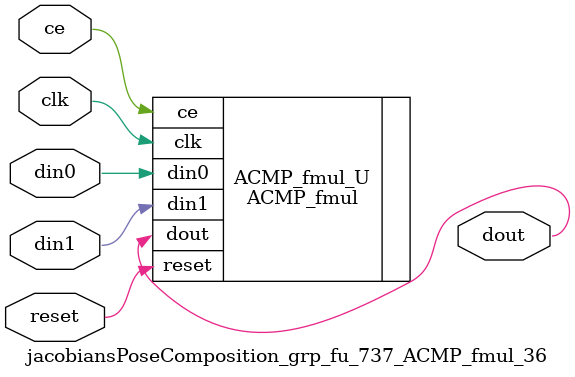
<source format=v>

`timescale 1 ns / 1 ps
module jacobiansPoseComposition_grp_fu_737_ACMP_fmul_36(
    clk,
    reset,
    ce,
    din0,
    din1,
    dout);

parameter ID = 32'd1;
parameter NUM_STAGE = 32'd1;
parameter din0_WIDTH = 32'd1;
parameter din1_WIDTH = 32'd1;
parameter dout_WIDTH = 32'd1;
input clk;
input reset;
input ce;
input[din0_WIDTH - 1:0] din0;
input[din1_WIDTH - 1:0] din1;
output[dout_WIDTH - 1:0] dout;



ACMP_fmul #(
.ID( ID ),
.NUM_STAGE( 4 ),
.din0_WIDTH( din0_WIDTH ),
.din1_WIDTH( din1_WIDTH ),
.dout_WIDTH( dout_WIDTH ))
ACMP_fmul_U(
    .clk( clk ),
    .reset( reset ),
    .ce( ce ),
    .din0( din0 ),
    .din1( din1 ),
    .dout( dout ));

endmodule

</source>
